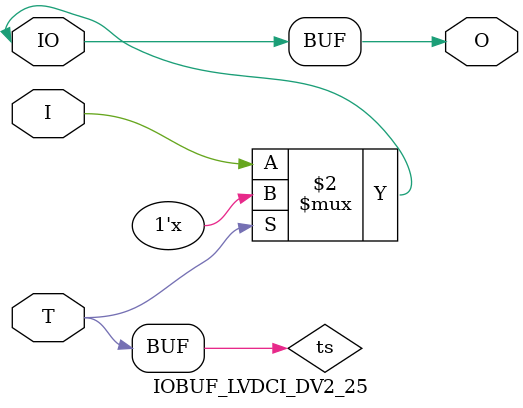
<source format=v>

/*

FUNCTION    : INPUT TRI-STATE OUTPUT BUFFER

*/

`celldefine
`timescale  100 ps / 10 ps

module IOBUF_LVDCI_DV2_25 (O, IO, I, T);

    output O;

    inout  IO;

    input  I, T;

    or O1 (ts, 1'b0, T);
    bufif0 T1 (IO, I, ts);

    buf B1 (O, IO);

endmodule

</source>
